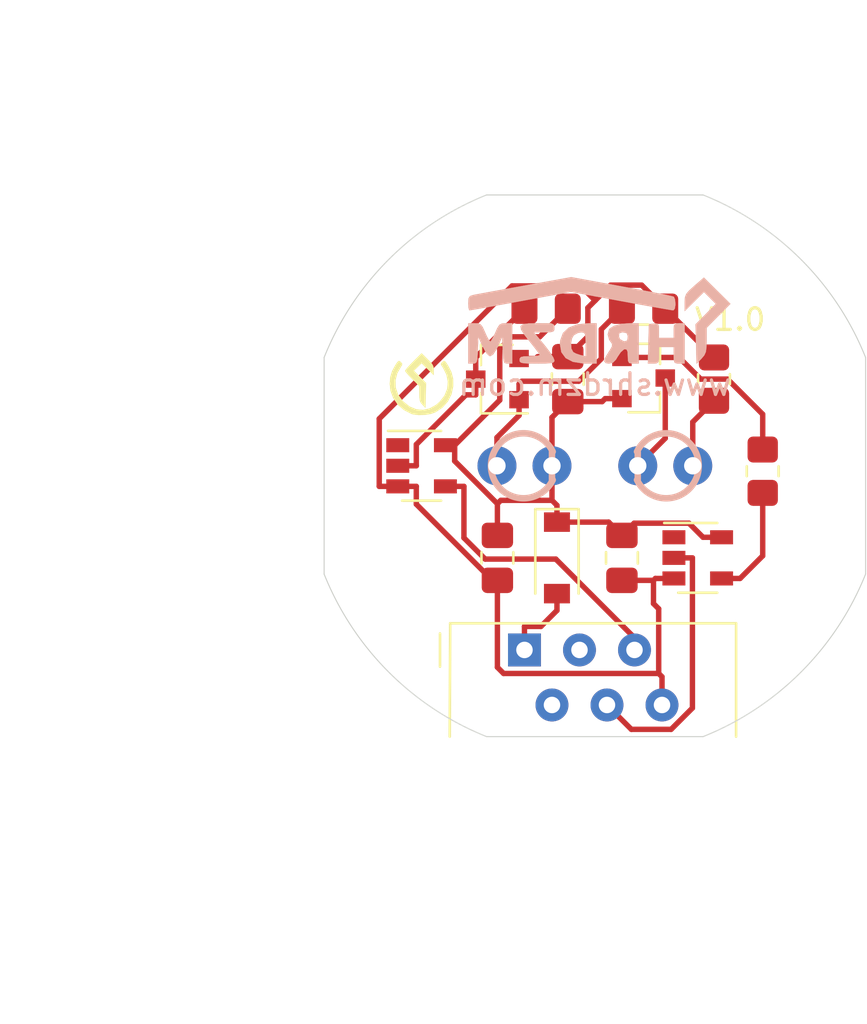
<source format=kicad_pcb>
(kicad_pcb (version 20171130) (host pcbnew "(5.1.9)-1")

  (general
    (thickness 1.6)
    (drawings 14)
    (tracks 98)
    (zones 0)
    (modules 17)
    (nets 16)
  )

  (page A4)
  (layers
    (0 F.Cu signal)
    (31 B.Cu signal)
    (32 B.Adhes user)
    (33 F.Adhes user)
    (34 B.Paste user)
    (35 F.Paste user)
    (36 B.SilkS user)
    (37 F.SilkS user)
    (38 B.Mask user)
    (39 F.Mask user)
    (40 Dwgs.User user)
    (41 Cmts.User user)
    (42 Eco1.User user)
    (43 Eco2.User user)
    (44 Edge.Cuts user)
    (45 Margin user)
    (46 B.CrtYd user)
    (47 F.CrtYd user)
    (48 B.Fab user)
    (49 F.Fab user)
  )

  (setup
    (last_trace_width 0.25)
    (trace_clearance 0.2)
    (zone_clearance 0.508)
    (zone_45_only no)
    (trace_min 0.2)
    (via_size 0.8)
    (via_drill 0.4)
    (via_min_size 0.4)
    (via_min_drill 0.3)
    (uvia_size 0.3)
    (uvia_drill 0.1)
    (uvias_allowed no)
    (uvia_min_size 0.2)
    (uvia_min_drill 0.1)
    (edge_width 0.05)
    (segment_width 0.2)
    (pcb_text_width 0.3)
    (pcb_text_size 1.5 1.5)
    (mod_edge_width 0.12)
    (mod_text_size 1 1)
    (mod_text_width 0.15)
    (pad_size 1.524 1.524)
    (pad_drill 0.762)
    (pad_to_mask_clearance 0)
    (aux_axis_origin 0 0)
    (visible_elements 7FFFFFFF)
    (pcbplotparams
      (layerselection 0x010fc_ffffffff)
      (usegerberextensions false)
      (usegerberattributes true)
      (usegerberadvancedattributes true)
      (creategerberjobfile true)
      (excludeedgelayer true)
      (linewidth 0.100000)
      (plotframeref false)
      (viasonmask false)
      (mode 1)
      (useauxorigin false)
      (hpglpennumber 1)
      (hpglpenspeed 20)
      (hpglpendiameter 15.000000)
      (psnegative false)
      (psa4output false)
      (plotreference true)
      (plotvalue true)
      (plotinvisibletext false)
      (padsonsilk false)
      (subtractmaskfromsilk false)
      (outputformat 1)
      (mirror false)
      (drillshape 1)
      (scaleselection 1)
      (outputdirectory ""))
  )

  (net 0 "")
  (net 1 GND)
  (net 2 "Net-(C1-Pad1)")
  (net 3 "Net-(D1-Pad2)")
  (net 4 "Net-(IC1-Pad1)")
  (net 5 "Net-(IC1-Pad2)")
  (net 6 "Net-(IC1-Pad4)")
  (net 7 "Net-(IC2-Pad4)")
  (net 8 "Net-(IC2-Pad2)")
  (net 9 "Net-(IC2-Pad1)")
  (net 10 "Net-(J1-Pad3)")
  (net 11 "Net-(J1-Pad2)")
  (net 12 "Net-(Q1-Pad1)")
  (net 13 "Net-(D2-Pad1)")
  (net 14 "Net-(Q2-Pad1)")
  (net 15 "Net-(D2-Pad2)")

  (net_class Default "This is the default net class."
    (clearance 0.2)
    (trace_width 0.25)
    (via_dia 0.8)
    (via_drill 0.4)
    (uvia_dia 0.3)
    (uvia_drill 0.1)
    (add_net GND)
    (add_net "Net-(C1-Pad1)")
    (add_net "Net-(D1-Pad2)")
    (add_net "Net-(D2-Pad1)")
    (add_net "Net-(D2-Pad2)")
    (add_net "Net-(IC1-Pad1)")
    (add_net "Net-(IC1-Pad2)")
    (add_net "Net-(IC1-Pad4)")
    (add_net "Net-(IC2-Pad1)")
    (add_net "Net-(IC2-Pad2)")
    (add_net "Net-(IC2-Pad4)")
    (add_net "Net-(J1-Pad2)")
    (add_net "Net-(J1-Pad3)")
    (add_net "Net-(Q1-Pad1)")
    (add_net "Net-(Q2-Pad1)")
  )

  (module "SHRDZM:SHRDZM Symbol 3x3" (layer F.Cu) (tedit 0) (tstamp 6176559A)
    (at 50.5 66.25)
    (fp_text reference G2 (at 0 0) (layer F.SilkS) hide
      (effects (font (size 1.524 1.524) (thickness 0.3)))
    )
    (fp_text value LOGO (at 0.75 0) (layer F.SilkS) hide
      (effects (font (size 1.524 1.524) (thickness 0.3)))
    )
    (fp_poly (pts (xy 0.279165 -1.168632) (xy 0.422541 -1.021868) (xy 0.506383 -0.914993) (xy 0.546412 -0.819633)
      (xy 0.558347 -0.707412) (xy 0.5588 -0.663871) (xy 0.5588 -0.435271) (xy 0.27991 -0.710696)
      (xy 0.001021 -0.986121) (xy -0.356875 -0.639235) (xy -0.075086 -0.354474) (xy 0.206704 -0.069713)
      (xy 0.1778 1.073827) (xy 0.0381 0.927833) (xy -0.037098 0.838234) (xy -0.079263 0.745446)
      (xy -0.097671 0.616256) (xy -0.1016 0.427552) (xy -0.1016 0.073264) (xy -0.4318 -0.254)
      (xy -0.577309 -0.403729) (xy -0.690086 -0.530269) (xy -0.753724 -0.614702) (xy -0.762 -0.634804)
      (xy -0.727925 -0.690727) (xy -0.63583 -0.799858) (xy -0.500912 -0.944964) (xy -0.381235 -1.066568)
      (xy -0.000469 -1.444791) (xy 0.279165 -1.168632)) (layer F.SilkS) (width 0.01))
    (fp_poly (pts (xy -0.964279 -1.040565) (xy -0.962134 -1.038625) (xy -0.895183 -0.963343) (xy -0.904292 -0.896181)
      (xy -0.940626 -0.84248) (xy -1.122477 -0.522056) (xy -1.207656 -0.192211) (xy -1.196872 0.135435)
      (xy -1.090835 0.449266) (xy -0.890254 0.737661) (xy -0.841013 0.789121) (xy -0.553279 1.015232)
      (xy -0.249064 1.14303) (xy 0.062476 1.172517) (xy 0.372184 1.103691) (xy 0.670903 0.936554)
      (xy 0.841012 0.789121) (xy 1.059653 0.506935) (xy 1.183887 0.197085) (xy 1.213004 -0.128812)
      (xy 1.146294 -0.459135) (xy 0.983048 -0.782268) (xy 0.940625 -0.84248) (xy 0.891303 -0.927962)
      (xy 0.914827 -0.992261) (xy 0.962133 -1.038625) (xy 1.021211 -1.084731) (xy 1.068578 -1.083922)
      (xy 1.125623 -1.023165) (xy 1.21374 -0.889426) (xy 1.217989 -0.882727) (xy 1.378882 -0.572228)
      (xy 1.456368 -0.264303) (xy 1.460214 0.077694) (xy 1.381906 0.44672) (xy 1.214004 0.778877)
      (xy 0.965857 1.060382) (xy 0.646814 1.277448) (xy 0.64635 1.277686) (xy 0.421101 1.356666)
      (xy 0.14492 1.401299) (xy -0.140151 1.408785) (xy -0.392068 1.37633) (xy -0.472543 1.352133)
      (xy -0.817641 1.17416) (xy -1.099517 0.927474) (xy -1.308555 0.625345) (xy -1.435141 0.281041)
      (xy -1.470687 -0.0254) (xy -1.446539 -0.339501) (xy -1.360043 -0.620782) (xy -1.217374 -0.8837)
      (xy -1.127862 -1.020115) (xy -1.070154 -1.083045) (xy -1.022781 -1.085518) (xy -0.964279 -1.040565)) (layer F.SilkS) (width 0.01))
  )

  (module "SHRDZM:SHRDZM 12x4" (layer B.Cu) (tedit 0) (tstamp 617652C3)
    (at 58.75 63.25 180)
    (fp_text reference G1 (at 0 0) (layer B.SilkS) hide
      (effects (font (size 1.524 1.524) (thickness 0.3)) (justify mirror))
    )
    (fp_text value LOGO (at 0.75 0) (layer B.SilkS) hide
      (effects (font (size 1.524 1.524) (thickness 0.3)) (justify mirror))
    )
    (fp_poly (pts (xy 3.486147 1.570411) (xy 4.079853 1.462792) (xy 4.628866 1.362878) (xy 5.107899 1.275302)
      (xy 5.491662 1.204698) (xy 5.754867 1.155699) (xy 5.863167 1.134858) (xy 6.015575 1.082802)
      (xy 6.081718 0.973963) (xy 6.096 0.755273) (xy 6.083809 0.545616) (xy 6.053427 0.430756)
      (xy 6.042102 0.423333) (xy 5.947936 0.438102) (xy 5.709059 0.479793) (xy 5.347257 0.54448)
      (xy 4.884319 0.62824) (xy 4.342034 0.727149) (xy 3.742188 0.837282) (xy 3.671435 0.850317)
      (xy 1.354666 1.277301) (xy -0.962102 0.850317) (xy -1.569724 0.738948) (xy -2.124676 0.638407)
      (xy -2.60465 0.552644) (xy -2.987336 0.485605) (xy -3.250426 0.441239) (xy -3.37161 0.423492)
      (xy -3.375102 0.423333) (xy -3.439406 0.497767) (xy -3.470707 0.681168) (xy -3.471333 0.71467)
      (xy -3.450501 0.924369) (xy -3.399634 1.049136) (xy -3.392527 1.054711) (xy -3.29163 1.082145)
      (xy -3.046155 1.135263) (xy -2.678171 1.209701) (xy -2.209745 1.301092) (xy -1.662947 1.40507)
      (xy -1.059845 1.517269) (xy -0.98588 1.530868) (xy 1.341961 1.958318) (xy 3.486147 1.570411)) (layer B.SilkS) (width 0.01))
    (fp_poly (pts (xy 4.54499 -0.181917) (xy 4.661268 -0.246027) (xy 4.758405 -0.401205) (xy 4.84198 -0.592667)
      (xy 4.94996 -0.827281) (xy 5.040807 -0.981007) (xy 5.08 -1.016) (xy 5.144101 -0.944558)
      (xy 5.243043 -0.760731) (xy 5.318019 -0.592667) (xy 5.429089 -0.346935) (xy 5.527062 -0.220882)
      (xy 5.656487 -0.174968) (xy 5.794974 -0.169333) (xy 6.096 -0.169333) (xy 6.096 -2.032)
      (xy 5.888042 -2.032) (xy 5.780403 -2.022184) (xy 5.71608 -1.968614) (xy 5.681348 -1.835104)
      (xy 5.662482 -1.585467) (xy 5.655209 -1.418167) (xy 5.630333 -0.804333) (xy 5.429407 -1.248833)
      (xy 5.268167 -1.544634) (xy 5.124582 -1.68332) (xy 5.08 -1.693333) (xy 4.943936 -1.610918)
      (xy 4.788142 -1.368747) (xy 4.730593 -1.248833) (xy 4.529667 -0.804333) (xy 4.504791 -1.418167)
      (xy 4.488637 -1.734716) (xy 4.463054 -1.918171) (xy 4.414315 -2.00472) (xy 4.328695 -2.030546)
      (xy 4.271957 -2.032) (xy 4.064 -2.032) (xy 4.064 -0.169333) (xy 4.365025 -0.169333)
      (xy 4.54499 -0.181917)) (layer B.SilkS) (width 0.01))
    (fp_poly (pts (xy 3.304644 -0.17851) (xy 3.56904 -0.218742) (xy 3.683354 -0.309087) (xy 3.656425 -0.468597)
      (xy 3.497094 -0.71633) (xy 3.2689 -1.004714) (xy 3.057051 -1.269371) (xy 2.893897 -1.484072)
      (xy 2.80401 -1.615987) (xy 2.794 -1.639258) (xy 2.870587 -1.668878) (xy 3.068141 -1.688519)
      (xy 3.259667 -1.693333) (xy 3.528774 -1.700683) (xy 3.668965 -1.732461) (xy 3.720367 -1.80326)
      (xy 3.725333 -1.862667) (xy 3.713187 -1.941369) (xy 3.65581 -1.99104) (xy 3.521789 -2.018294)
      (xy 3.279715 -2.029741) (xy 2.921 -2.032) (xy 2.545032 -2.028775) (xy 2.307521 -2.015244)
      (xy 2.177648 -1.985626) (xy 2.124597 -1.934137) (xy 2.116667 -1.881075) (xy 2.168369 -1.750319)
      (xy 2.306258 -1.531943) (xy 2.504506 -1.26532) (xy 2.588745 -1.161408) (xy 3.060824 -0.592667)
      (xy 2.588745 -0.592667) (xy 2.319763 -0.587345) (xy 2.178882 -0.559073) (xy 2.124931 -0.489391)
      (xy 2.116667 -0.381) (xy 2.122702 -0.28094) (xy 2.162495 -0.218748) (xy 2.268574 -0.185422)
      (xy 2.473468 -0.171955) (xy 2.809705 -0.169345) (xy 2.881324 -0.169333) (xy 3.304644 -0.17851)) (layer B.SilkS) (width 0.01))
    (fp_poly (pts (xy 0.529167 -0.169805) (xy 1.060406 -0.221315) (xy 1.459514 -0.373016) (xy 1.72388 -0.623012)
      (xy 1.850897 -0.969408) (xy 1.862667 -1.138453) (xy 1.796486 -1.50946) (xy 1.596677 -1.780497)
      (xy 1.261339 -1.952941) (xy 0.78857 -2.028169) (xy 0.629488 -2.032) (xy 0.169333 -2.032)
      (xy 0.169333 -1.144613) (xy 0.677333 -1.144613) (xy 0.677333 -1.696559) (xy 0.910167 -1.640938)
      (xy 1.121386 -1.570607) (xy 1.248833 -1.501958) (xy 1.331867 -1.345374) (xy 1.349892 -1.109954)
      (xy 1.305584 -0.872081) (xy 1.221619 -0.725714) (xy 1.032685 -0.619315) (xy 0.882952 -0.592667)
      (xy 0.7725 -0.603053) (xy 0.710906 -0.659649) (xy 0.683957 -0.800611) (xy 0.677437 -1.064093)
      (xy 0.677333 -1.144613) (xy 0.169333 -1.144613) (xy 0.169333 -0.169333) (xy 0.529167 -0.169805)) (layer B.SilkS) (width 0.01))
    (fp_poly (pts (xy -0.96904 -0.200286) (xy -0.647051 -0.284681) (xy -0.437448 -0.409818) (xy -0.405186 -0.449797)
      (xy -0.34261 -0.690252) (xy -0.413327 -0.942162) (xy -0.473038 -1.024145) (xy -0.546761 -1.128457)
      (xy -0.542382 -1.236282) (xy -0.449975 -1.402824) (xy -0.388371 -1.494965) (xy -0.225591 -1.764688)
      (xy -0.182043 -1.9318) (xy -0.258192 -2.01439) (xy -0.402167 -2.031771) (xy -0.581024 -1.99333)
      (xy -0.723127 -1.852073) (xy -0.804333 -1.71527) (xy -0.94335 -1.510789) (xy -1.084499 -1.384943)
      (xy -1.121833 -1.370624) (xy -1.217912 -1.382265) (xy -1.261258 -1.491832) (xy -1.27 -1.687125)
      (xy -1.279567 -1.906847) (xy -1.3319 -2.005526) (xy -1.462448 -2.031292) (xy -1.524 -2.032)
      (xy -1.778 -2.032) (xy -1.778 -0.810222) (xy -1.27 -0.810222) (xy -1.24236 -0.968798)
      (xy -1.130783 -1.006054) (xy -1.0795 -1.000722) (xy -0.908334 -0.904307) (xy -0.861945 -0.783167)
      (xy -0.873301 -0.640873) (xy -0.994121 -0.594375) (xy -1.052445 -0.592667) (xy -1.216163 -0.625115)
      (xy -1.268394 -0.756412) (xy -1.27 -0.810222) (xy -1.778 -0.810222) (xy -1.778 -0.169333)
      (xy -1.360179 -0.169333) (xy -0.96904 -0.200286)) (layer B.SilkS) (width 0.01))
    (fp_poly (pts (xy -3.4778 -0.182707) (xy -3.405399 -0.255179) (xy -3.387068 -0.435278) (xy -3.386667 -0.508)
      (xy -3.386667 -0.846667) (xy -2.709333 -0.846667) (xy -2.709333 -0.502376) (xy -2.700484 -0.284237)
      (xy -2.652374 -0.191189) (xy -2.532663 -0.179128) (xy -2.4765 -0.184876) (xy -2.243667 -0.211667)
      (xy -2.219636 -1.121833) (xy -2.195605 -2.032) (xy -2.452469 -2.032) (xy -2.610402 -2.021196)
      (xy -2.685203 -1.958135) (xy -2.707864 -1.796845) (xy -2.709333 -1.651) (xy -2.709333 -1.27)
      (xy -3.386667 -1.27) (xy -3.386667 -1.651) (xy -3.39403 -1.885283) (xy -3.436543 -1.996247)
      (xy -3.544843 -2.029846) (xy -3.640667 -2.032) (xy -3.894667 -2.032) (xy -3.894667 -0.169333)
      (xy -3.640667 -0.169333) (xy -3.4778 -0.182707)) (layer B.SilkS) (width 0.01))
    (fp_poly (pts (xy -4.339167 1.554769) (xy -4.102935 1.341889) (xy -3.969597 1.184039) (xy -3.909977 1.030267)
      (xy -3.894903 0.82962) (xy -3.894667 0.778436) (xy -3.894667 0.386785) (xy -4.341309 0.827879)
      (xy -4.787951 1.268972) (xy -5.060564 0.996359) (xy -5.333178 0.723746) (xy -4.864899 0.250529)
      (xy -4.39662 -0.222687) (xy -4.445 -2.043753) (xy -4.677833 -1.80041) (xy -4.803636 -1.650301)
      (xy -4.873933 -1.494676) (xy -4.904383 -1.277766) (xy -4.910667 -0.971158) (xy -4.910667 -0.385249)
      (xy -5.460997 0.169331) (xy -6.011328 0.723911) (xy -5.397497 1.331681) (xy -4.783667 1.939451)
      (xy -4.339167 1.554769)) (layer B.SilkS) (width 0.01))
  )

  (module ErichCollection:RJ12_Amphenol_54601_Reduced (layer F.Cu) (tedit 606D3677) (tstamp 61759A51)
    (at 55.25 78.5)
    (descr "RJ12 connector  https://cdn.amphenol-icc.com/media/wysiwyg/files/drawing/c-bmj-0082.pdf")
    (tags "RJ12 connector")
    (path /6178F9C7)
    (fp_text reference J1 (at -1.67 -2.16) (layer F.SilkS) hide
      (effects (font (size 1 1) (thickness 0.15)))
    )
    (fp_text value RJ12 (at 3.54 18.3) (layer F.Fab) hide
      (effects (font (size 1 1) (thickness 0.15)))
    )
    (fp_line (start -3.43 -0.48) (end -3.43 -1.23) (layer F.Fab) (width 0.1))
    (fp_line (start -2.93 0.02) (end -3.43 -0.48) (layer F.Fab) (width 0.1))
    (fp_line (start -3.43 0.52) (end -2.93 0.02) (layer F.Fab) (width 0.1))
    (fp_line (start -3.9 0.77) (end -3.9 -0.76) (layer F.SilkS) (width 0.12))
    (fp_line (start -3.45 4) (end -3.43 -1.23) (layer F.SilkS) (width 0.12))
    (fp_line (start 9.77 -1.23) (end 9.77 4) (layer F.SilkS) (width 0.12))
    (fp_line (start -3.43 -1.23) (end 9.77 -1.23) (layer F.SilkS) (width 0.12))
    (fp_line (start -4.04 17.27) (end -4.04 -1.73) (layer F.CrtYd) (width 0.05))
    (fp_line (start 10.38 17.27) (end -4.04 17.27) (layer F.CrtYd) (width 0.05))
    (fp_line (start 10.38 -1.73) (end 10.38 17.27) (layer F.CrtYd) (width 0.05))
    (fp_line (start -4.04 -1.73) (end 10.38 -1.73) (layer F.CrtYd) (width 0.05))
    (fp_line (start 9.77 16.77) (end -3.43 16.77) (layer F.Fab) (width 0.1))
    (fp_line (start 9.77 -1.23) (end 9.77 16.77) (layer F.Fab) (width 0.1))
    (fp_line (start -3.43 -1.23) (end 9.77 -1.23) (layer F.Fab) (width 0.1))
    (fp_line (start -3.43 16.77) (end -3.43 0.52) (layer F.Fab) (width 0.1))
    (fp_text user %R (at 3.16 7.76) (layer F.Fab) hide
      (effects (font (size 1 1) (thickness 0.15)))
    )
    (pad 1 thru_hole rect (at 0 0) (size 1.52 1.52) (drill 0.76) (layers *.Cu *.Mask)
      (net 3 "Net-(D1-Pad2)"))
    (pad 2 thru_hole circle (at 1.27 2.54) (size 1.52 1.52) (drill 0.76) (layers *.Cu *.Mask)
      (net 11 "Net-(J1-Pad2)"))
    (pad 3 thru_hole circle (at 2.54 0) (size 1.52 1.52) (drill 0.76) (layers *.Cu *.Mask)
      (net 10 "Net-(J1-Pad3)"))
    (pad 4 thru_hole circle (at 3.81 2.54) (size 1.52 1.52) (drill 0.76) (layers *.Cu *.Mask)
      (net 8 "Net-(IC2-Pad2)"))
    (pad 5 thru_hole circle (at 5.08 0) (size 1.52 1.52) (drill 0.76) (layers *.Cu *.Mask)
      (net 6 "Net-(IC1-Pad4)"))
    (pad 6 thru_hole circle (at 6.35 2.54) (size 1.52 1.52) (drill 0.76) (layers *.Cu *.Mask)
      (net 1 GND))
    (model ${KISYS3DMOD}/Connector_RJ.3dshapes/RJ12_Amphenol_54601.wrl
      (at (xyz 0 0 0))
      (scale (xyz 1 1 1))
      (rotate (xyz 0 0 0))
    )
  )

  (module Capacitor_SMD:C_0805_2012Metric_Pad1.18x1.45mm_HandSolder (layer F.Cu) (tedit 5F68FEEF) (tstamp 617599C2)
    (at 57.25 66 90)
    (descr "Capacitor SMD 0805 (2012 Metric), square (rectangular) end terminal, IPC_7351 nominal with elongated pad for handsoldering. (Body size source: IPC-SM-782 page 76, https://www.pcb-3d.com/wordpress/wp-content/uploads/ipc-sm-782a_amendment_1_and_2.pdf, https://docs.google.com/spreadsheets/d/1BsfQQcO9C6DZCsRaXUlFlo91Tg2WpOkGARC1WS5S8t0/edit?usp=sharing), generated with kicad-footprint-generator")
    (tags "capacitor handsolder")
    (path /6178E546)
    (attr smd)
    (fp_text reference C1 (at 0 -1.68 90) (layer F.SilkS) hide
      (effects (font (size 1 1) (thickness 0.15)))
    )
    (fp_text value 1µF/10V (at 0 1.68 90) (layer F.Fab)
      (effects (font (size 1 1) (thickness 0.15)))
    )
    (fp_line (start 1.88 0.98) (end -1.88 0.98) (layer F.CrtYd) (width 0.05))
    (fp_line (start 1.88 -0.98) (end 1.88 0.98) (layer F.CrtYd) (width 0.05))
    (fp_line (start -1.88 -0.98) (end 1.88 -0.98) (layer F.CrtYd) (width 0.05))
    (fp_line (start -1.88 0.98) (end -1.88 -0.98) (layer F.CrtYd) (width 0.05))
    (fp_line (start -0.261252 0.735) (end 0.261252 0.735) (layer F.SilkS) (width 0.12))
    (fp_line (start -0.261252 -0.735) (end 0.261252 -0.735) (layer F.SilkS) (width 0.12))
    (fp_line (start 1 0.625) (end -1 0.625) (layer F.Fab) (width 0.1))
    (fp_line (start 1 -0.625) (end 1 0.625) (layer F.Fab) (width 0.1))
    (fp_line (start -1 -0.625) (end 1 -0.625) (layer F.Fab) (width 0.1))
    (fp_line (start -1 0.625) (end -1 -0.625) (layer F.Fab) (width 0.1))
    (fp_text user %R (at 0 0 90) (layer F.Fab)
      (effects (font (size 0.5 0.5) (thickness 0.08)))
    )
    (pad 2 smd roundrect (at 1.0375 0 90) (size 1.175 1.45) (layers F.Cu F.Paste F.Mask) (roundrect_rratio 0.212766)
      (net 1 GND))
    (pad 1 smd roundrect (at -1.0375 0 90) (size 1.175 1.45) (layers F.Cu F.Paste F.Mask) (roundrect_rratio 0.212766)
      (net 2 "Net-(C1-Pad1)"))
    (model ${KISYS3DMOD}/Capacitor_SMD.3dshapes/C_0805_2012Metric.wrl
      (at (xyz 0 0 0))
      (scale (xyz 1 1 1))
      (rotate (xyz 0 0 0))
    )
  )

  (module Capacitor_SMD:C_0805_2012Metric_Pad1.18x1.45mm_HandSolder (layer F.Cu) (tedit 5F68FEEF) (tstamp 617599D3)
    (at 54 74.25 270)
    (descr "Capacitor SMD 0805 (2012 Metric), square (rectangular) end terminal, IPC_7351 nominal with elongated pad for handsoldering. (Body size source: IPC-SM-782 page 76, https://www.pcb-3d.com/wordpress/wp-content/uploads/ipc-sm-782a_amendment_1_and_2.pdf, https://docs.google.com/spreadsheets/d/1BsfQQcO9C6DZCsRaXUlFlo91Tg2WpOkGARC1WS5S8t0/edit?usp=sharing), generated with kicad-footprint-generator")
    (tags "capacitor handsolder")
    (path /61789C8C)
    (attr smd)
    (fp_text reference C2 (at 0 -1.68 90) (layer F.SilkS) hide
      (effects (font (size 1 1) (thickness 0.15)))
    )
    (fp_text value 1µF/10V (at 0 1.68 90) (layer F.Fab) hide
      (effects (font (size 1 1) (thickness 0.15)))
    )
    (fp_line (start -1 0.625) (end -1 -0.625) (layer F.Fab) (width 0.1))
    (fp_line (start -1 -0.625) (end 1 -0.625) (layer F.Fab) (width 0.1))
    (fp_line (start 1 -0.625) (end 1 0.625) (layer F.Fab) (width 0.1))
    (fp_line (start 1 0.625) (end -1 0.625) (layer F.Fab) (width 0.1))
    (fp_line (start -0.261252 -0.735) (end 0.261252 -0.735) (layer F.SilkS) (width 0.12))
    (fp_line (start -0.261252 0.735) (end 0.261252 0.735) (layer F.SilkS) (width 0.12))
    (fp_line (start -1.88 0.98) (end -1.88 -0.98) (layer F.CrtYd) (width 0.05))
    (fp_line (start -1.88 -0.98) (end 1.88 -0.98) (layer F.CrtYd) (width 0.05))
    (fp_line (start 1.88 -0.98) (end 1.88 0.98) (layer F.CrtYd) (width 0.05))
    (fp_line (start 1.88 0.98) (end -1.88 0.98) (layer F.CrtYd) (width 0.05))
    (fp_text user %R (at 0 0 90) (layer F.Fab)
      (effects (font (size 0.5 0.5) (thickness 0.08)))
    )
    (pad 1 smd roundrect (at -1.0375 0 270) (size 1.175 1.45) (layers F.Cu F.Paste F.Mask) (roundrect_rratio 0.212766)
      (net 2 "Net-(C1-Pad1)"))
    (pad 2 smd roundrect (at 1.0375 0 270) (size 1.175 1.45) (layers F.Cu F.Paste F.Mask) (roundrect_rratio 0.212766)
      (net 1 GND))
    (model ${KISYS3DMOD}/Capacitor_SMD.3dshapes/C_0805_2012Metric.wrl
      (at (xyz 0 0 0))
      (scale (xyz 1 1 1))
      (rotate (xyz 0 0 0))
    )
  )

  (module Capacitor_SMD:C_0805_2012Metric_Pad1.18x1.45mm_HandSolder (layer F.Cu) (tedit 5F68FEEF) (tstamp 617599E4)
    (at 59.75 74.25 270)
    (descr "Capacitor SMD 0805 (2012 Metric), square (rectangular) end terminal, IPC_7351 nominal with elongated pad for handsoldering. (Body size source: IPC-SM-782 page 76, https://www.pcb-3d.com/wordpress/wp-content/uploads/ipc-sm-782a_amendment_1_and_2.pdf, https://docs.google.com/spreadsheets/d/1BsfQQcO9C6DZCsRaXUlFlo91Tg2WpOkGARC1WS5S8t0/edit?usp=sharing), generated with kicad-footprint-generator")
    (tags "capacitor handsolder")
    (path /617A6A16)
    (attr smd)
    (fp_text reference C3 (at 0 -1.68 90) (layer F.SilkS) hide
      (effects (font (size 1 1) (thickness 0.15)))
    )
    (fp_text value 1µF/10V (at 0 1.68 90) (layer F.Fab)
      (effects (font (size 1 1) (thickness 0.15)))
    )
    (fp_line (start -1 0.625) (end -1 -0.625) (layer F.Fab) (width 0.1))
    (fp_line (start -1 -0.625) (end 1 -0.625) (layer F.Fab) (width 0.1))
    (fp_line (start 1 -0.625) (end 1 0.625) (layer F.Fab) (width 0.1))
    (fp_line (start 1 0.625) (end -1 0.625) (layer F.Fab) (width 0.1))
    (fp_line (start -0.261252 -0.735) (end 0.261252 -0.735) (layer F.SilkS) (width 0.12))
    (fp_line (start -0.261252 0.735) (end 0.261252 0.735) (layer F.SilkS) (width 0.12))
    (fp_line (start -1.88 0.98) (end -1.88 -0.98) (layer F.CrtYd) (width 0.05))
    (fp_line (start -1.88 -0.98) (end 1.88 -0.98) (layer F.CrtYd) (width 0.05))
    (fp_line (start 1.88 -0.98) (end 1.88 0.98) (layer F.CrtYd) (width 0.05))
    (fp_line (start 1.88 0.98) (end -1.88 0.98) (layer F.CrtYd) (width 0.05))
    (fp_text user %R (at 0 0 90) (layer F.Fab)
      (effects (font (size 0.5 0.5) (thickness 0.08)))
    )
    (pad 1 smd roundrect (at -1.0375 0 270) (size 1.175 1.45) (layers F.Cu F.Paste F.Mask) (roundrect_rratio 0.212766)
      (net 2 "Net-(C1-Pad1)"))
    (pad 2 smd roundrect (at 1.0375 0 270) (size 1.175 1.45) (layers F.Cu F.Paste F.Mask) (roundrect_rratio 0.212766)
      (net 1 GND))
    (model ${KISYS3DMOD}/Capacitor_SMD.3dshapes/C_0805_2012Metric.wrl
      (at (xyz 0 0 0))
      (scale (xyz 1 1 1))
      (rotate (xyz 0 0 0))
    )
  )

  (module Diode_SMD:D_SOD-123 (layer F.Cu) (tedit 58645DC7) (tstamp 617599FD)
    (at 56.75 74.25 270)
    (descr SOD-123)
    (tags SOD-123)
    (path /6177B564)
    (attr smd)
    (fp_text reference D1 (at 0 -2 90) (layer F.SilkS) hide
      (effects (font (size 1 1) (thickness 0.15)))
    )
    (fp_text value BAT46 (at 0 2.1 90) (layer F.Fab)
      (effects (font (size 1 1) (thickness 0.15)))
    )
    (fp_line (start -2.25 -1) (end -2.25 1) (layer F.SilkS) (width 0.12))
    (fp_line (start 0.25 0) (end 0.75 0) (layer F.Fab) (width 0.1))
    (fp_line (start 0.25 0.4) (end -0.35 0) (layer F.Fab) (width 0.1))
    (fp_line (start 0.25 -0.4) (end 0.25 0.4) (layer F.Fab) (width 0.1))
    (fp_line (start -0.35 0) (end 0.25 -0.4) (layer F.Fab) (width 0.1))
    (fp_line (start -0.35 0) (end -0.35 0.55) (layer F.Fab) (width 0.1))
    (fp_line (start -0.35 0) (end -0.35 -0.55) (layer F.Fab) (width 0.1))
    (fp_line (start -0.75 0) (end -0.35 0) (layer F.Fab) (width 0.1))
    (fp_line (start -1.4 0.9) (end -1.4 -0.9) (layer F.Fab) (width 0.1))
    (fp_line (start 1.4 0.9) (end -1.4 0.9) (layer F.Fab) (width 0.1))
    (fp_line (start 1.4 -0.9) (end 1.4 0.9) (layer F.Fab) (width 0.1))
    (fp_line (start -1.4 -0.9) (end 1.4 -0.9) (layer F.Fab) (width 0.1))
    (fp_line (start -2.35 -1.15) (end 2.35 -1.15) (layer F.CrtYd) (width 0.05))
    (fp_line (start 2.35 -1.15) (end 2.35 1.15) (layer F.CrtYd) (width 0.05))
    (fp_line (start 2.35 1.15) (end -2.35 1.15) (layer F.CrtYd) (width 0.05))
    (fp_line (start -2.35 -1.15) (end -2.35 1.15) (layer F.CrtYd) (width 0.05))
    (fp_line (start -2.25 1) (end 1.65 1) (layer F.SilkS) (width 0.12))
    (fp_line (start -2.25 -1) (end 1.65 -1) (layer F.SilkS) (width 0.12))
    (fp_text user %R (at 0 -2 90) (layer F.Fab)
      (effects (font (size 1 1) (thickness 0.15)))
    )
    (pad 1 smd rect (at -1.65 0 270) (size 0.9 1.2) (layers F.Cu F.Paste F.Mask)
      (net 2 "Net-(C1-Pad1)"))
    (pad 2 smd rect (at 1.65 0 270) (size 0.9 1.2) (layers F.Cu F.Paste F.Mask)
      (net 3 "Net-(D1-Pad2)"))
    (model ${KISYS3DMOD}/Diode_SMD.3dshapes/D_SOD-123.wrl
      (at (xyz 0 0 0))
      (scale (xyz 1 1 1))
      (rotate (xyz 0 0 0))
    )
  )

  (module IR_Schreib_Lesekopf_RS232_Neu:LED_3MM_26 (layer F.Cu) (tedit 0) (tstamp 61759A05)
    (at 61.75 70 180)
    (path /6179D28A)
    (fp_text reference D2 (at -0.405 2.585) (layer B.SilkS) hide
      (effects (font (size 0.76 0.76) (thickness 0.064)) (justify left bottom mirror))
    )
    (fp_text value SFH487-2 (at -2 -1.8) (layer B.Fab) hide
      (effects (font (size 0.76 0.76) (thickness 0.064)) (justify left bottom mirror))
    )
    (fp_line (start 1.27 -0.635) (end 1.27 0.635) (layer B.SilkS) (width 0.3))
    (fp_arc (start -0.046 0) (end 1.304933 -0.651904) (angle -308.4799805) (layer B.SilkS) (width 0.3))
    (pad 2 thru_hole circle (at -1.27 0 180) (size 1.8 1.8) (drill 0.8) (layers *.Cu *.Mask)
      (net 15 "Net-(D2-Pad2)") (solder_mask_margin 0.1016))
    (pad 1 thru_hole circle (at 1.27 0 180) (size 1.8 1.8) (drill 0.8) (layers *.Cu *.Mask)
      (net 13 "Net-(D2-Pad1)") (solder_mask_margin 0.1016))
  )

  (module Package_TO_SOT_SMD:SOT-23-5 (layer F.Cu) (tedit 5A02FF57) (tstamp 61759A1A)
    (at 50.5 70)
    (descr "5-pin SOT23 package")
    (tags SOT-23-5)
    (path /617855D0)
    (attr smd)
    (fp_text reference IC1 (at 0 -2.9) (layer F.SilkS) hide
      (effects (font (size 1 1) (thickness 0.15)))
    )
    (fp_text value 74LVC1G17DBVR (at 0 2.9) (layer F.Fab)
      (effects (font (size 1 1) (thickness 0.15)))
    )
    (fp_line (start -0.9 1.61) (end 0.9 1.61) (layer F.SilkS) (width 0.12))
    (fp_line (start 0.9 -1.61) (end -1.55 -1.61) (layer F.SilkS) (width 0.12))
    (fp_line (start -1.9 -1.8) (end 1.9 -1.8) (layer F.CrtYd) (width 0.05))
    (fp_line (start 1.9 -1.8) (end 1.9 1.8) (layer F.CrtYd) (width 0.05))
    (fp_line (start 1.9 1.8) (end -1.9 1.8) (layer F.CrtYd) (width 0.05))
    (fp_line (start -1.9 1.8) (end -1.9 -1.8) (layer F.CrtYd) (width 0.05))
    (fp_line (start -0.9 -0.9) (end -0.25 -1.55) (layer F.Fab) (width 0.1))
    (fp_line (start 0.9 -1.55) (end -0.25 -1.55) (layer F.Fab) (width 0.1))
    (fp_line (start -0.9 -0.9) (end -0.9 1.55) (layer F.Fab) (width 0.1))
    (fp_line (start 0.9 1.55) (end -0.9 1.55) (layer F.Fab) (width 0.1))
    (fp_line (start 0.9 -1.55) (end 0.9 1.55) (layer F.Fab) (width 0.1))
    (fp_text user %R (at 0 0 90) (layer F.Fab)
      (effects (font (size 0.5 0.5) (thickness 0.075)))
    )
    (pad 1 smd rect (at -1.1 -0.95) (size 1.06 0.65) (layers F.Cu F.Paste F.Mask)
      (net 4 "Net-(IC1-Pad1)"))
    (pad 2 smd rect (at -1.1 0) (size 1.06 0.65) (layers F.Cu F.Paste F.Mask)
      (net 5 "Net-(IC1-Pad2)"))
    (pad 3 smd rect (at -1.1 0.95) (size 1.06 0.65) (layers F.Cu F.Paste F.Mask)
      (net 1 GND))
    (pad 4 smd rect (at 1.1 0.95) (size 1.06 0.65) (layers F.Cu F.Paste F.Mask)
      (net 6 "Net-(IC1-Pad4)"))
    (pad 5 smd rect (at 1.1 -0.95) (size 1.06 0.65) (layers F.Cu F.Paste F.Mask)
      (net 2 "Net-(C1-Pad1)"))
    (model ${KISYS3DMOD}/Package_TO_SOT_SMD.3dshapes/SOT-23-5.wrl
      (at (xyz 0 0 0))
      (scale (xyz 1 1 1))
      (rotate (xyz 0 0 0))
    )
  )

  (module Package_TO_SOT_SMD:SOT-23-5 (layer F.Cu) (tedit 5A02FF57) (tstamp 61759A2F)
    (at 63.25 74.25)
    (descr "5-pin SOT23 package")
    (tags SOT-23-5)
    (path /617957E2)
    (attr smd)
    (fp_text reference IC2 (at 0 -2.9) (layer F.SilkS) hide
      (effects (font (size 1 1) (thickness 0.15)))
    )
    (fp_text value 74LVC1G17DBVR (at 0 2.9) (layer F.Fab)
      (effects (font (size 1 1) (thickness 0.15)))
    )
    (fp_line (start 0.9 -1.55) (end 0.9 1.55) (layer F.Fab) (width 0.1))
    (fp_line (start 0.9 1.55) (end -0.9 1.55) (layer F.Fab) (width 0.1))
    (fp_line (start -0.9 -0.9) (end -0.9 1.55) (layer F.Fab) (width 0.1))
    (fp_line (start 0.9 -1.55) (end -0.25 -1.55) (layer F.Fab) (width 0.1))
    (fp_line (start -0.9 -0.9) (end -0.25 -1.55) (layer F.Fab) (width 0.1))
    (fp_line (start -1.9 1.8) (end -1.9 -1.8) (layer F.CrtYd) (width 0.05))
    (fp_line (start 1.9 1.8) (end -1.9 1.8) (layer F.CrtYd) (width 0.05))
    (fp_line (start 1.9 -1.8) (end 1.9 1.8) (layer F.CrtYd) (width 0.05))
    (fp_line (start -1.9 -1.8) (end 1.9 -1.8) (layer F.CrtYd) (width 0.05))
    (fp_line (start 0.9 -1.61) (end -1.55 -1.61) (layer F.SilkS) (width 0.12))
    (fp_line (start -0.9 1.61) (end 0.9 1.61) (layer F.SilkS) (width 0.12))
    (fp_text user %R (at 0 0 90) (layer F.Fab)
      (effects (font (size 0.5 0.5) (thickness 0.075)))
    )
    (pad 5 smd rect (at 1.1 -0.95) (size 1.06 0.65) (layers F.Cu F.Paste F.Mask)
      (net 2 "Net-(C1-Pad1)"))
    (pad 4 smd rect (at 1.1 0.95) (size 1.06 0.65) (layers F.Cu F.Paste F.Mask)
      (net 7 "Net-(IC2-Pad4)"))
    (pad 3 smd rect (at -1.1 0.95) (size 1.06 0.65) (layers F.Cu F.Paste F.Mask)
      (net 1 GND))
    (pad 2 smd rect (at -1.1 0) (size 1.06 0.65) (layers F.Cu F.Paste F.Mask)
      (net 8 "Net-(IC2-Pad2)"))
    (pad 1 smd rect (at -1.1 -0.95) (size 1.06 0.65) (layers F.Cu F.Paste F.Mask)
      (net 9 "Net-(IC2-Pad1)"))
    (model ${KISYS3DMOD}/Package_TO_SOT_SMD.3dshapes/SOT-23-5.wrl
      (at (xyz 0 0 0))
      (scale (xyz 1 1 1))
      (rotate (xyz 0 0 0))
    )
  )

  (module Package_TO_SOT_SMD:SOT-23 (layer F.Cu) (tedit 5A02FF57) (tstamp 61759A66)
    (at 54 66 180)
    (descr "SOT-23, Standard")
    (tags SOT-23)
    (path /61786703)
    (attr smd)
    (fp_text reference Q1 (at 0 -2.5) (layer F.SilkS) hide
      (effects (font (size 1 1) (thickness 0.15)))
    )
    (fp_text value BC817 (at 0 2.5) (layer F.Fab) hide
      (effects (font (size 1 1) (thickness 0.15)))
    )
    (fp_line (start -0.7 -0.95) (end -0.7 1.5) (layer F.Fab) (width 0.1))
    (fp_line (start -0.15 -1.52) (end 0.7 -1.52) (layer F.Fab) (width 0.1))
    (fp_line (start -0.7 -0.95) (end -0.15 -1.52) (layer F.Fab) (width 0.1))
    (fp_line (start 0.7 -1.52) (end 0.7 1.52) (layer F.Fab) (width 0.1))
    (fp_line (start -0.7 1.52) (end 0.7 1.52) (layer F.Fab) (width 0.1))
    (fp_line (start 0.76 1.58) (end 0.76 0.65) (layer F.SilkS) (width 0.12))
    (fp_line (start 0.76 -1.58) (end 0.76 -0.65) (layer F.SilkS) (width 0.12))
    (fp_line (start -1.7 -1.75) (end 1.7 -1.75) (layer F.CrtYd) (width 0.05))
    (fp_line (start 1.7 -1.75) (end 1.7 1.75) (layer F.CrtYd) (width 0.05))
    (fp_line (start 1.7 1.75) (end -1.7 1.75) (layer F.CrtYd) (width 0.05))
    (fp_line (start -1.7 1.75) (end -1.7 -1.75) (layer F.CrtYd) (width 0.05))
    (fp_line (start 0.76 -1.58) (end -1.4 -1.58) (layer F.SilkS) (width 0.12))
    (fp_line (start 0.76 1.58) (end -0.7 1.58) (layer F.SilkS) (width 0.12))
    (fp_text user %R (at 0 0 90) (layer F.Fab)
      (effects (font (size 0.5 0.5) (thickness 0.075)))
    )
    (pad 1 smd rect (at -1 -0.95 180) (size 0.9 0.8) (layers F.Cu F.Paste F.Mask)
      (net 12 "Net-(Q1-Pad1)"))
    (pad 2 smd rect (at -1 0.95 180) (size 0.9 0.8) (layers F.Cu F.Paste F.Mask)
      (net 1 GND))
    (pad 3 smd rect (at 1 0 180) (size 0.9 0.8) (layers F.Cu F.Paste F.Mask)
      (net 5 "Net-(IC1-Pad2)"))
    (model ${KISYS3DMOD}/Package_TO_SOT_SMD.3dshapes/SOT-23.wrl
      (at (xyz 0 0 0))
      (scale (xyz 1 1 1))
      (rotate (xyz 0 0 0))
    )
  )

  (module Package_TO_SOT_SMD:SOT-23 (layer F.Cu) (tedit 5A02FF57) (tstamp 61759A7B)
    (at 60.75 65.95)
    (descr "SOT-23, Standard")
    (tags SOT-23)
    (path /617A097C)
    (attr smd)
    (fp_text reference Q2 (at 0 -2.5) (layer F.SilkS) hide
      (effects (font (size 1 1) (thickness 0.15)))
    )
    (fp_text value BC807 (at 0 2.5) (layer F.Fab) hide
      (effects (font (size 1 1) (thickness 0.15)))
    )
    (fp_line (start 0.76 1.58) (end -0.7 1.58) (layer F.SilkS) (width 0.12))
    (fp_line (start 0.76 -1.58) (end -1.4 -1.58) (layer F.SilkS) (width 0.12))
    (fp_line (start -1.7 1.75) (end -1.7 -1.75) (layer F.CrtYd) (width 0.05))
    (fp_line (start 1.7 1.75) (end -1.7 1.75) (layer F.CrtYd) (width 0.05))
    (fp_line (start 1.7 -1.75) (end 1.7 1.75) (layer F.CrtYd) (width 0.05))
    (fp_line (start -1.7 -1.75) (end 1.7 -1.75) (layer F.CrtYd) (width 0.05))
    (fp_line (start 0.76 -1.58) (end 0.76 -0.65) (layer F.SilkS) (width 0.12))
    (fp_line (start 0.76 1.58) (end 0.76 0.65) (layer F.SilkS) (width 0.12))
    (fp_line (start -0.7 1.52) (end 0.7 1.52) (layer F.Fab) (width 0.1))
    (fp_line (start 0.7 -1.52) (end 0.7 1.52) (layer F.Fab) (width 0.1))
    (fp_line (start -0.7 -0.95) (end -0.15 -1.52) (layer F.Fab) (width 0.1))
    (fp_line (start -0.15 -1.52) (end 0.7 -1.52) (layer F.Fab) (width 0.1))
    (fp_line (start -0.7 -0.95) (end -0.7 1.5) (layer F.Fab) (width 0.1))
    (fp_text user %R (at 0 0 90) (layer F.Fab)
      (effects (font (size 0.5 0.5) (thickness 0.075)))
    )
    (pad 3 smd rect (at 1 0) (size 0.9 0.8) (layers F.Cu F.Paste F.Mask)
      (net 13 "Net-(D2-Pad1)"))
    (pad 2 smd rect (at -1 0.95) (size 0.9 0.8) (layers F.Cu F.Paste F.Mask)
      (net 2 "Net-(C1-Pad1)"))
    (pad 1 smd rect (at -1 -0.95) (size 0.9 0.8) (layers F.Cu F.Paste F.Mask)
      (net 14 "Net-(Q2-Pad1)"))
    (model ${KISYS3DMOD}/Package_TO_SOT_SMD.3dshapes/SOT-23.wrl
      (at (xyz 0 0 0))
      (scale (xyz 1 1 1))
      (rotate (xyz 0 0 0))
    )
  )

  (module Resistor_SMD:R_0805_2012Metric_Pad1.20x1.40mm_HandSolder (layer F.Cu) (tedit 5F68FEEE) (tstamp 61759A8C)
    (at 60.75 62.75)
    (descr "Resistor SMD 0805 (2012 Metric), square (rectangular) end terminal, IPC_7351 nominal with elongated pad for handsoldering. (Body size source: IPC-SM-782 page 72, https://www.pcb-3d.com/wordpress/wp-content/uploads/ipc-sm-782a_amendment_1_and_2.pdf), generated with kicad-footprint-generator")
    (tags "resistor handsolder")
    (path /6178D514)
    (attr smd)
    (fp_text reference R1 (at 0 -1.65) (layer F.SilkS) hide
      (effects (font (size 1 1) (thickness 0.15)))
    )
    (fp_text value 13K (at 0 1.65) (layer F.Fab)
      (effects (font (size 1 1) (thickness 0.15)))
    )
    (fp_line (start 1.85 0.95) (end -1.85 0.95) (layer F.CrtYd) (width 0.05))
    (fp_line (start 1.85 -0.95) (end 1.85 0.95) (layer F.CrtYd) (width 0.05))
    (fp_line (start -1.85 -0.95) (end 1.85 -0.95) (layer F.CrtYd) (width 0.05))
    (fp_line (start -1.85 0.95) (end -1.85 -0.95) (layer F.CrtYd) (width 0.05))
    (fp_line (start -0.227064 0.735) (end 0.227064 0.735) (layer F.SilkS) (width 0.12))
    (fp_line (start -0.227064 -0.735) (end 0.227064 -0.735) (layer F.SilkS) (width 0.12))
    (fp_line (start 1 0.625) (end -1 0.625) (layer F.Fab) (width 0.1))
    (fp_line (start 1 -0.625) (end 1 0.625) (layer F.Fab) (width 0.1))
    (fp_line (start -1 -0.625) (end 1 -0.625) (layer F.Fab) (width 0.1))
    (fp_line (start -1 0.625) (end -1 -0.625) (layer F.Fab) (width 0.1))
    (fp_text user %R (at 0 0) (layer F.Fab)
      (effects (font (size 0.5 0.5) (thickness 0.08)))
    )
    (pad 2 smd roundrect (at 1 0) (size 1.2 1.4) (layers F.Cu F.Paste F.Mask) (roundrect_rratio 0.208333)
      (net 1 GND))
    (pad 1 smd roundrect (at -1 0) (size 1.2 1.4) (layers F.Cu F.Paste F.Mask) (roundrect_rratio 0.208333)
      (net 12 "Net-(Q1-Pad1)"))
    (model ${KISYS3DMOD}/Resistor_SMD.3dshapes/R_0805_2012Metric.wrl
      (at (xyz 0 0 0))
      (scale (xyz 1 1 1))
      (rotate (xyz 0 0 0))
    )
  )

  (module Resistor_SMD:R_0805_2012Metric_Pad1.20x1.40mm_HandSolder (layer F.Cu) (tedit 5F68FEEE) (tstamp 61759A9D)
    (at 56.25 62.75 180)
    (descr "Resistor SMD 0805 (2012 Metric), square (rectangular) end terminal, IPC_7351 nominal with elongated pad for handsoldering. (Body size source: IPC-SM-782 page 72, https://www.pcb-3d.com/wordpress/wp-content/uploads/ipc-sm-782a_amendment_1_and_2.pdf), generated with kicad-footprint-generator")
    (tags "resistor handsolder")
    (path /6178A48F)
    (attr smd)
    (fp_text reference R2 (at 0 -1.65) (layer F.SilkS) hide
      (effects (font (size 1 1) (thickness 0.15)))
    )
    (fp_text value 13K (at 0 1.65) (layer F.Fab) hide
      (effects (font (size 1 1) (thickness 0.15)))
    )
    (fp_line (start -1 0.625) (end -1 -0.625) (layer F.Fab) (width 0.1))
    (fp_line (start -1 -0.625) (end 1 -0.625) (layer F.Fab) (width 0.1))
    (fp_line (start 1 -0.625) (end 1 0.625) (layer F.Fab) (width 0.1))
    (fp_line (start 1 0.625) (end -1 0.625) (layer F.Fab) (width 0.1))
    (fp_line (start -0.227064 -0.735) (end 0.227064 -0.735) (layer F.SilkS) (width 0.12))
    (fp_line (start -0.227064 0.735) (end 0.227064 0.735) (layer F.SilkS) (width 0.12))
    (fp_line (start -1.85 0.95) (end -1.85 -0.95) (layer F.CrtYd) (width 0.05))
    (fp_line (start -1.85 -0.95) (end 1.85 -0.95) (layer F.CrtYd) (width 0.05))
    (fp_line (start 1.85 -0.95) (end 1.85 0.95) (layer F.CrtYd) (width 0.05))
    (fp_line (start 1.85 0.95) (end -1.85 0.95) (layer F.CrtYd) (width 0.05))
    (fp_text user %R (at 0 0) (layer F.Fab)
      (effects (font (size 0.5 0.5) (thickness 0.08)))
    )
    (pad 1 smd roundrect (at -1 0 180) (size 1.2 1.4) (layers F.Cu F.Paste F.Mask) (roundrect_rratio 0.208333)
      (net 2 "Net-(C1-Pad1)"))
    (pad 2 smd roundrect (at 1 0 180) (size 1.2 1.4) (layers F.Cu F.Paste F.Mask) (roundrect_rratio 0.208333)
      (net 5 "Net-(IC1-Pad2)"))
    (model ${KISYS3DMOD}/Resistor_SMD.3dshapes/R_0805_2012Metric.wrl
      (at (xyz 0 0 0))
      (scale (xyz 1 1 1))
      (rotate (xyz 0 0 0))
    )
  )

  (module Resistor_SMD:R_0805_2012Metric_Pad1.20x1.40mm_HandSolder (layer F.Cu) (tedit 5F68FEEE) (tstamp 61759AAE)
    (at 66.25 70.25 270)
    (descr "Resistor SMD 0805 (2012 Metric), square (rectangular) end terminal, IPC_7351 nominal with elongated pad for handsoldering. (Body size source: IPC-SM-782 page 72, https://www.pcb-3d.com/wordpress/wp-content/uploads/ipc-sm-782a_amendment_1_and_2.pdf), generated with kicad-footprint-generator")
    (tags "resistor handsolder")
    (path /6179C832)
    (attr smd)
    (fp_text reference R3 (at 0 -1.65 90) (layer F.SilkS) hide
      (effects (font (size 1 1) (thickness 0.15)))
    )
    (fp_text value 13K (at 0 1.65 90) (layer F.Fab) hide
      (effects (font (size 1 1) (thickness 0.15)))
    )
    (fp_line (start -1 0.625) (end -1 -0.625) (layer F.Fab) (width 0.1))
    (fp_line (start -1 -0.625) (end 1 -0.625) (layer F.Fab) (width 0.1))
    (fp_line (start 1 -0.625) (end 1 0.625) (layer F.Fab) (width 0.1))
    (fp_line (start 1 0.625) (end -1 0.625) (layer F.Fab) (width 0.1))
    (fp_line (start -0.227064 -0.735) (end 0.227064 -0.735) (layer F.SilkS) (width 0.12))
    (fp_line (start -0.227064 0.735) (end 0.227064 0.735) (layer F.SilkS) (width 0.12))
    (fp_line (start -1.85 0.95) (end -1.85 -0.95) (layer F.CrtYd) (width 0.05))
    (fp_line (start -1.85 -0.95) (end 1.85 -0.95) (layer F.CrtYd) (width 0.05))
    (fp_line (start 1.85 -0.95) (end 1.85 0.95) (layer F.CrtYd) (width 0.05))
    (fp_line (start 1.85 0.95) (end -1.85 0.95) (layer F.CrtYd) (width 0.05))
    (fp_text user %R (at 0 0 90) (layer F.Fab)
      (effects (font (size 0.5 0.5) (thickness 0.08)))
    )
    (pad 1 smd roundrect (at -1 0 270) (size 1.2 1.4) (layers F.Cu F.Paste F.Mask) (roundrect_rratio 0.208333)
      (net 14 "Net-(Q2-Pad1)"))
    (pad 2 smd roundrect (at 1 0 270) (size 1.2 1.4) (layers F.Cu F.Paste F.Mask) (roundrect_rratio 0.208333)
      (net 7 "Net-(IC2-Pad4)"))
    (model ${KISYS3DMOD}/Resistor_SMD.3dshapes/R_0805_2012Metric.wrl
      (at (xyz 0 0 0))
      (scale (xyz 1 1 1))
      (rotate (xyz 0 0 0))
    )
  )

  (module Resistor_SMD:R_0805_2012Metric_Pad1.20x1.40mm_HandSolder (layer F.Cu) (tedit 5F68FEEE) (tstamp 61759ABF)
    (at 64 66 270)
    (descr "Resistor SMD 0805 (2012 Metric), square (rectangular) end terminal, IPC_7351 nominal with elongated pad for handsoldering. (Body size source: IPC-SM-782 page 72, https://www.pcb-3d.com/wordpress/wp-content/uploads/ipc-sm-782a_amendment_1_and_2.pdf), generated with kicad-footprint-generator")
    (tags "resistor handsolder")
    (path /617A97D2)
    (attr smd)
    (fp_text reference R4 (at 0 -1.65 90) (layer F.SilkS) hide
      (effects (font (size 1 1) (thickness 0.15)))
    )
    (fp_text value 180 (at 0 1.65 90) (layer F.Fab)
      (effects (font (size 1 1) (thickness 0.15)))
    )
    (fp_line (start 1.85 0.95) (end -1.85 0.95) (layer F.CrtYd) (width 0.05))
    (fp_line (start 1.85 -0.95) (end 1.85 0.95) (layer F.CrtYd) (width 0.05))
    (fp_line (start -1.85 -0.95) (end 1.85 -0.95) (layer F.CrtYd) (width 0.05))
    (fp_line (start -1.85 0.95) (end -1.85 -0.95) (layer F.CrtYd) (width 0.05))
    (fp_line (start -0.227064 0.735) (end 0.227064 0.735) (layer F.SilkS) (width 0.12))
    (fp_line (start -0.227064 -0.735) (end 0.227064 -0.735) (layer F.SilkS) (width 0.12))
    (fp_line (start 1 0.625) (end -1 0.625) (layer F.Fab) (width 0.1))
    (fp_line (start 1 -0.625) (end 1 0.625) (layer F.Fab) (width 0.1))
    (fp_line (start -1 -0.625) (end 1 -0.625) (layer F.Fab) (width 0.1))
    (fp_line (start -1 0.625) (end -1 -0.625) (layer F.Fab) (width 0.1))
    (fp_text user %R (at 0 0 90) (layer F.Fab)
      (effects (font (size 0.5 0.5) (thickness 0.08)))
    )
    (pad 2 smd roundrect (at 1 0 270) (size 1.2 1.4) (layers F.Cu F.Paste F.Mask) (roundrect_rratio 0.208333)
      (net 15 "Net-(D2-Pad2)"))
    (pad 1 smd roundrect (at -1 0 270) (size 1.2 1.4) (layers F.Cu F.Paste F.Mask) (roundrect_rratio 0.208333)
      (net 1 GND))
    (model ${KISYS3DMOD}/Resistor_SMD.3dshapes/R_0805_2012Metric.wrl
      (at (xyz 0 0 0))
      (scale (xyz 1 1 1))
      (rotate (xyz 0 0 0))
    )
  )

  (module IR_Schreib_Lesekopf_RS232_Neu:FOTO_4MM_19 (layer B.Cu) (tedit 0) (tstamp 61759AD8)
    (at 55.25 70)
    (path /6178BBB6)
    (fp_text reference T1 (at 0.355 -2.675) (layer B.SilkS) hide
      (effects (font (size 0.76 0.76) (thickness 0.064)) (justify left bottom mirror))
    )
    (fp_text value SFH309FA-4 (at 2.58 1.86) (layer B.Fab) hide
      (effects (font (size 0.76 0.76) (thickness 0.064)) (justify left bottom mirror))
    )
    (fp_line (start 1.27 0.635) (end 1.27 -0.635) (layer B.SilkS) (width 0.3))
    (fp_arc (start -0.046 0) (end 1.304933 0.651904) (angle 308.4799805) (layer B.SilkS) (width 0.3))
    (pad 1 thru_hole circle (at -1.27 0) (size 1.8 1.8) (drill 0.8) (layers *.Cu *.Mask)
      (net 12 "Net-(Q1-Pad1)") (solder_mask_margin 0.1016))
    (pad 2 thru_hole circle (at 1.27 0) (size 1.8 1.8) (drill 0.8) (layers *.Cu *.Mask)
      (net 2 "Net-(C1-Pad1)") (solder_mask_margin 0.1016))
  )

  (gr_arc (start 58.5 70) (end 70.999999 65.000001) (angle -46.39718103) (layer Edge.Cuts) (width 0.05))
  (gr_arc (start 58.5 70) (end 63.499999 82.499999) (angle -46.39718103) (layer Edge.Cuts) (width 0.05))
  (gr_arc (start 58.5 70) (end 46.000001 74.999999) (angle -46.39718103) (layer Edge.Cuts) (width 0.05))
  (gr_line (start 53.5 82.5) (end 63.5 82.5) (layer Edge.Cuts) (width 0.05))
  (gr_line (start 71 65) (end 71 75) (layer Edge.Cuts) (width 0.05))
  (gr_arc (start 58.5 70) (end 53.500001 57.500001) (angle -46.39718103) (layer Edge.Cuts) (width 0.05))
  (gr_line (start 46 65) (end 46 75) (layer Edge.Cuts) (width 0.05))
  (gr_line (start 53.5 57.5) (end 63.5 57.5) (layer Edge.Cuts) (width 0.05))
  (dimension 12.5 (width 0.15) (layer Dwgs.User)
    (gr_text "12,500 mm" (at 34.7 63.75 90) (layer Dwgs.User)
      (effects (font (size 1 1) (thickness 0.15)))
    )
    (feature1 (pts (xy 58.5 57.5) (xy 35.413579 57.5)))
    (feature2 (pts (xy 58.5 70) (xy 35.413579 70)))
    (crossbar (pts (xy 36 70) (xy 36 57.5)))
    (arrow1a (pts (xy 36 57.5) (xy 36.586421 58.626504)))
    (arrow1b (pts (xy 36 57.5) (xy 35.413579 58.626504)))
    (arrow2a (pts (xy 36 70) (xy 36.586421 68.873496)))
    (arrow2b (pts (xy 36 70) (xy 35.413579 68.873496)))
  )
  (dimension 12.5 (width 0.15) (layer Dwgs.User)
    (gr_text "12,500 mm" (at 34.7 76.25 270) (layer Dwgs.User)
      (effects (font (size 1 1) (thickness 0.15)))
    )
    (feature1 (pts (xy 58.5 82.5) (xy 35.413579 82.5)))
    (feature2 (pts (xy 58.5 70) (xy 35.413579 70)))
    (crossbar (pts (xy 36 70) (xy 36 82.5)))
    (arrow1a (pts (xy 36 82.5) (xy 35.413579 81.373496)))
    (arrow1b (pts (xy 36 82.5) (xy 36.586421 81.373496)))
    (arrow2a (pts (xy 36 70) (xy 35.413579 71.126504)))
    (arrow2b (pts (xy 36 70) (xy 36.586421 71.126504)))
  )
  (dimension 12.5 (width 0.15) (layer Dwgs.User)
    (gr_text "12,500 mm" (at 52.25 49.2) (layer Dwgs.User)
      (effects (font (size 1 1) (thickness 0.15)))
    )
    (feature1 (pts (xy 46 70) (xy 46 49.913579)))
    (feature2 (pts (xy 58.5 70) (xy 58.5 49.913579)))
    (crossbar (pts (xy 58.5 50.5) (xy 46 50.5)))
    (arrow1a (pts (xy 46 50.5) (xy 47.126504 49.913579)))
    (arrow1b (pts (xy 46 50.5) (xy 47.126504 51.086421)))
    (arrow2a (pts (xy 58.5 50.5) (xy 57.373496 49.913579)))
    (arrow2b (pts (xy 58.5 50.5) (xy 57.373496 51.086421)))
  )
  (dimension 12.5 (width 0.15) (layer Dwgs.User)
    (gr_text "12,500 mm" (at 64.75 49.2) (layer Dwgs.User)
      (effects (font (size 1 1) (thickness 0.15)))
    )
    (feature1 (pts (xy 71 70) (xy 71 49.913579)))
    (feature2 (pts (xy 58.5 70) (xy 58.5 49.913579)))
    (crossbar (pts (xy 58.5 50.5) (xy 71 50.5)))
    (arrow1a (pts (xy 71 50.5) (xy 69.873496 51.086421)))
    (arrow1b (pts (xy 71 50.5) (xy 69.873496 49.913579)))
    (arrow2a (pts (xy 58.5 50.5) (xy 59.626504 51.086421)))
    (arrow2b (pts (xy 58.5 50.5) (xy 59.626504 49.913579)))
  )
  (gr_text V1.0 (at 64.75 63.25) (layer F.SilkS)
    (effects (font (size 1 1) (thickness 0.15)))
  )
  (gr_text www.shrdzm.com (at 58.5 66.25) (layer B.SilkS)
    (effects (font (size 1 1) (thickness 0.15)) (justify mirror))
  )

  (segment (start 58.5152 62.3699) (end 59.2234 61.6617) (width 0.25) (layer F.Cu) (net 1))
  (segment (start 59.2234 61.6617) (end 60.6617 61.6617) (width 0.25) (layer F.Cu) (net 1))
  (segment (start 60.6617 61.6617) (end 61.75 62.75) (width 0.25) (layer F.Cu) (net 1))
  (segment (start 57.25 64.9625) (end 58.1764 64.0361) (width 0.25) (layer F.Cu) (net 1))
  (segment (start 58.1764 64.0361) (end 58.1764 62.7087) (width 0.25) (layer F.Cu) (net 1))
  (segment (start 58.1764 62.7087) (end 58.5152 62.3699) (width 0.25) (layer F.Cu) (net 1))
  (segment (start 58.5152 62.3699) (end 57.8425 61.6973) (width 0.25) (layer F.Cu) (net 1))
  (segment (start 57.8425 61.6973) (end 54.6769 61.6973) (width 0.25) (layer F.Cu) (net 1))
  (segment (start 54.6769 61.6973) (end 48.5447 67.8295) (width 0.25) (layer F.Cu) (net 1))
  (segment (start 48.5447 67.8295) (end 48.5447 70.95) (width 0.25) (layer F.Cu) (net 1))
  (segment (start 49.4 70.95) (end 48.5447 70.95) (width 0.25) (layer F.Cu) (net 1))
  (segment (start 54 75.2875) (end 53.7706 75.2875) (width 0.25) (layer F.Cu) (net 1))
  (segment (start 53.7706 75.2875) (end 50.2551 71.772) (width 0.25) (layer F.Cu) (net 1))
  (segment (start 50.2551 71.772) (end 50.2551 70.95) (width 0.25) (layer F.Cu) (net 1))
  (segment (start 55.7753 65.05) (end 55.8628 64.9625) (width 0.25) (layer F.Cu) (net 1))
  (segment (start 55.8628 64.9625) (end 57.25 64.9625) (width 0.25) (layer F.Cu) (net 1))
  (segment (start 64 65) (end 61.75 62.75) (width 0.25) (layer F.Cu) (net 1))
  (segment (start 55 65.05) (end 55.7753 65.05) (width 0.25) (layer F.Cu) (net 1))
  (segment (start 61.2072 75.2875) (end 59.75 75.2875) (width 0.25) (layer F.Cu) (net 1))
  (segment (start 61.2947 75.2) (end 61.2072 75.2875) (width 0.25) (layer F.Cu) (net 1))
  (segment (start 61.2072 75.2875) (end 61.2072 76.361) (width 0.25) (layer F.Cu) (net 1))
  (segment (start 61.2072 76.361) (end 61.4473 76.6011) (width 0.25) (layer F.Cu) (net 1))
  (segment (start 61.4473 76.6011) (end 61.4473 79.5854) (width 0.25) (layer F.Cu) (net 1))
  (segment (start 61.4473 79.5854) (end 54.2862 79.5854) (width 0.25) (layer F.Cu) (net 1))
  (segment (start 54.2862 79.5854) (end 54 79.2992) (width 0.25) (layer F.Cu) (net 1))
  (segment (start 54 79.2992) (end 54 75.2875) (width 0.25) (layer F.Cu) (net 1))
  (segment (start 61.6 81.04) (end 61.6 79.7381) (width 0.25) (layer F.Cu) (net 1))
  (segment (start 61.6 79.7381) (end 61.4473 79.5854) (width 0.25) (layer F.Cu) (net 1))
  (segment (start 62.15 75.2) (end 61.2947 75.2) (width 0.25) (layer F.Cu) (net 1))
  (segment (start 49.4 70.95) (end 50.2551 70.95) (width 0.25) (layer F.Cu) (net 1))
  (segment (start 52.0277 69.05) (end 54.1092 66.9685) (width 0.25) (layer F.Cu) (net 2))
  (segment (start 54.1092 66.9685) (end 54.1092 64.602) (width 0.25) (layer F.Cu) (net 2))
  (segment (start 54.1092 64.602) (end 54.6626 64.0486) (width 0.25) (layer F.Cu) (net 2))
  (segment (start 54.6626 64.0486) (end 55.9514 64.0486) (width 0.25) (layer F.Cu) (net 2))
  (segment (start 55.9514 64.0486) (end 57.25 62.75) (width 0.25) (layer F.Cu) (net 2))
  (segment (start 52.0277 69.05) (end 52.0277 69.7806) (width 0.25) (layer F.Cu) (net 2))
  (segment (start 52.0277 69.7806) (end 54 71.7529) (width 0.25) (layer F.Cu) (net 2))
  (segment (start 54 71.7529) (end 54 73.2125) (width 0.25) (layer F.Cu) (net 2))
  (segment (start 56.52 71.5947) (end 54.1582 71.5947) (width 0.25) (layer F.Cu) (net 2))
  (segment (start 54.1582 71.5947) (end 54 71.7529) (width 0.25) (layer F.Cu) (net 2))
  (segment (start 56.52 71.5947) (end 56.75 71.8247) (width 0.25) (layer F.Cu) (net 2))
  (segment (start 56.52 70) (end 56.52 71.5947) (width 0.25) (layer F.Cu) (net 2))
  (segment (start 56.75 72.6) (end 56.75 71.8247) (width 0.25) (layer F.Cu) (net 2))
  (segment (start 57.25 67.0375) (end 56.52 67.7675) (width 0.25) (layer F.Cu) (net 2))
  (segment (start 56.52 67.7675) (end 56.52 70) (width 0.25) (layer F.Cu) (net 2))
  (segment (start 51.6 69.05) (end 52.0277 69.05) (width 0.25) (layer F.Cu) (net 2))
  (segment (start 57.25 67.0375) (end 58.8372 67.0375) (width 0.25) (layer F.Cu) (net 2))
  (segment (start 58.8372 67.0375) (end 58.9747 66.9) (width 0.25) (layer F.Cu) (net 2))
  (segment (start 59.75 66.9) (end 58.9747 66.9) (width 0.25) (layer F.Cu) (net 2))
  (segment (start 64.35 73.3) (end 63.4947 73.3) (width 0.25) (layer F.Cu) (net 2))
  (segment (start 63.4947 73.3) (end 62.8443 72.6496) (width 0.25) (layer F.Cu) (net 2))
  (segment (start 62.8443 72.6496) (end 60.3129 72.6496) (width 0.25) (layer F.Cu) (net 2))
  (segment (start 60.3129 72.6496) (end 59.75 73.2125) (width 0.25) (layer F.Cu) (net 2))
  (segment (start 56.75 72.6) (end 59.1375 72.6) (width 0.25) (layer F.Cu) (net 2))
  (segment (start 59.1375 72.6) (end 59.75 73.2125) (width 0.25) (layer F.Cu) (net 2))
  (segment (start 55.25 78.5) (end 55.25 77.4147) (width 0.25) (layer F.Cu) (net 3))
  (segment (start 56.75 75.9) (end 56.75 76.6753) (width 0.25) (layer F.Cu) (net 3))
  (segment (start 56.75 76.6753) (end 56.0106 77.4147) (width 0.25) (layer F.Cu) (net 3))
  (segment (start 56.0106 77.4147) (end 55.25 77.4147) (width 0.25) (layer F.Cu) (net 3))
  (segment (start 53 66) (end 53 66.7253) (width 0.25) (layer F.Cu) (net 5))
  (segment (start 53 66.7253) (end 52.5467 66.7253) (width 0.25) (layer F.Cu) (net 5))
  (segment (start 52.5467 66.7253) (end 50.2553 69.0167) (width 0.25) (layer F.Cu) (net 5))
  (segment (start 50.2553 69.0167) (end 50.2553 70) (width 0.25) (layer F.Cu) (net 5))
  (segment (start 55.25 62.75) (end 53 65) (width 0.25) (layer F.Cu) (net 5))
  (segment (start 53 65) (end 53 66) (width 0.25) (layer F.Cu) (net 5))
  (segment (start 49.4 70) (end 50.2553 70) (width 0.25) (layer F.Cu) (net 5))
  (segment (start 51.6 70.95) (end 52.4553 70.95) (width 0.25) (layer F.Cu) (net 6))
  (segment (start 60.33 78.5) (end 60.33 77.9399) (width 0.25) (layer F.Cu) (net 6))
  (segment (start 60.33 77.9399) (end 56.6962 74.3061) (width 0.25) (layer F.Cu) (net 6))
  (segment (start 56.6962 74.3061) (end 53.4351 74.3061) (width 0.25) (layer F.Cu) (net 6))
  (segment (start 53.4351 74.3061) (end 52.4553 73.3263) (width 0.25) (layer F.Cu) (net 6))
  (segment (start 52.4553 73.3263) (end 52.4553 70.95) (width 0.25) (layer F.Cu) (net 6))
  (segment (start 64.35 75.2) (end 65.2053 75.2) (width 0.25) (layer F.Cu) (net 7))
  (segment (start 66.25 71.25) (end 66.25 74.1553) (width 0.25) (layer F.Cu) (net 7))
  (segment (start 66.25 74.1553) (end 65.2053 75.2) (width 0.25) (layer F.Cu) (net 7))
  (segment (start 62.15 74.25) (end 63.0053 74.25) (width 0.25) (layer F.Cu) (net 8))
  (segment (start 63.0053 74.25) (end 63.0053 81.1803) (width 0.25) (layer F.Cu) (net 8))
  (segment (start 63.0053 81.1803) (end 62.021 82.1646) (width 0.25) (layer F.Cu) (net 8))
  (segment (start 62.021 82.1646) (end 60.1846 82.1646) (width 0.25) (layer F.Cu) (net 8))
  (segment (start 60.1846 82.1646) (end 59.06 81.04) (width 0.25) (layer F.Cu) (net 8))
  (segment (start 55 66.95) (end 55 67.6753) (width 0.25) (layer F.Cu) (net 12))
  (segment (start 53.98 70) (end 53.98 68.6953) (width 0.25) (layer F.Cu) (net 12))
  (segment (start 53.98 68.6953) (end 55 67.6753) (width 0.25) (layer F.Cu) (net 12))
  (segment (start 55 66.2247) (end 55.128 66.0967) (width 0.25) (layer F.Cu) (net 12))
  (segment (start 55.128 66.0967) (end 57.7612 66.0967) (width 0.25) (layer F.Cu) (net 12))
  (segment (start 57.7612 66.0967) (end 58.7974 65.0605) (width 0.25) (layer F.Cu) (net 12))
  (segment (start 58.7974 65.0605) (end 58.7974 63.7026) (width 0.25) (layer F.Cu) (net 12))
  (segment (start 58.7974 63.7026) (end 59.75 62.75) (width 0.25) (layer F.Cu) (net 12))
  (segment (start 55 66.95) (end 55 66.2247) (width 0.25) (layer F.Cu) (net 12))
  (segment (start 61.75 65.95) (end 61.75 68.73) (width 0.25) (layer F.Cu) (net 13))
  (segment (start 61.75 68.73) (end 60.48 70) (width 0.25) (layer F.Cu) (net 13))
  (segment (start 66.25 69.25) (end 66.25 67.6236) (width 0.25) (layer F.Cu) (net 14))
  (segment (start 66.25 67.6236) (end 64.6264 66) (width 0.25) (layer F.Cu) (net 14))
  (segment (start 64.6264 66) (end 63.3863 66) (width 0.25) (layer F.Cu) (net 14))
  (segment (start 63.3863 66) (end 62.3863 65) (width 0.25) (layer F.Cu) (net 14))
  (segment (start 62.3863 65) (end 59.75 65) (width 0.25) (layer F.Cu) (net 14))
  (segment (start 64 67) (end 63.02 67.98) (width 0.25) (layer F.Cu) (net 15))
  (segment (start 63.02 67.98) (end 63.02 70) (width 0.25) (layer F.Cu) (net 15))

)

</source>
